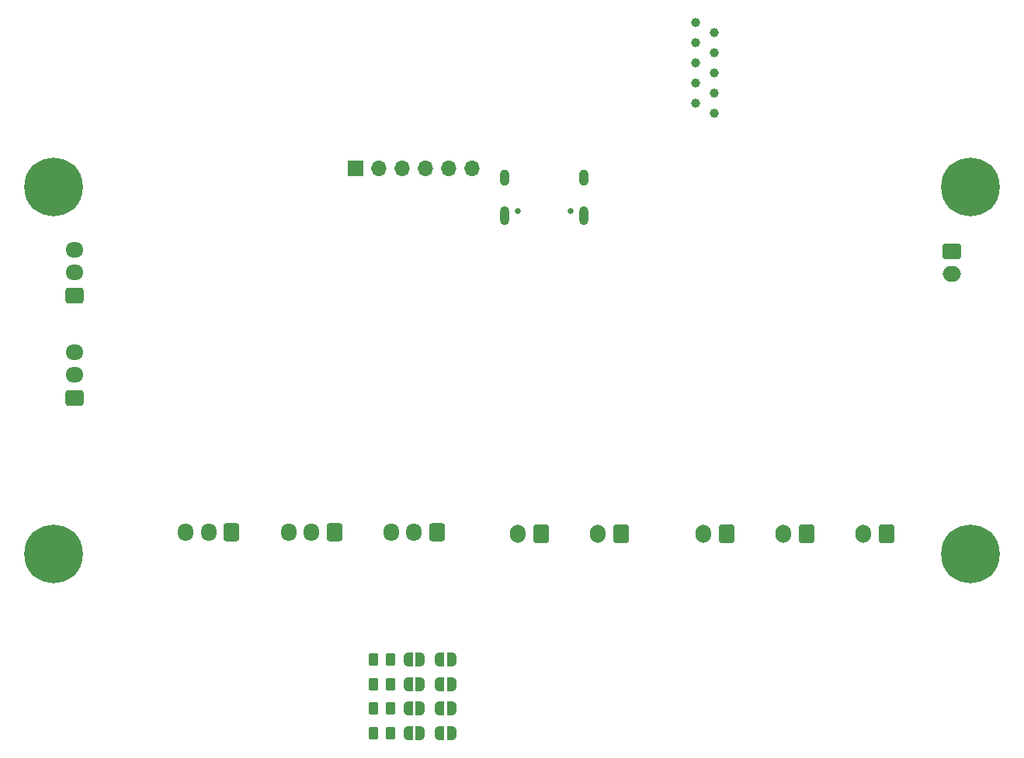
<source format=gbr>
%TF.GenerationSoftware,KiCad,Pcbnew,7.0.7*%
%TF.CreationDate,2024-03-16T18:53:27+01:00*%
%TF.ProjectId,OpenHand,4f70656e-4861-46e6-942e-6b696361645f,rev?*%
%TF.SameCoordinates,Original*%
%TF.FileFunction,Soldermask,Bot*%
%TF.FilePolarity,Negative*%
%FSLAX46Y46*%
G04 Gerber Fmt 4.6, Leading zero omitted, Abs format (unit mm)*
G04 Created by KiCad (PCBNEW 7.0.7) date 2024-03-16 18:53:27*
%MOMM*%
%LPD*%
G01*
G04 APERTURE LIST*
G04 Aperture macros list*
%AMRoundRect*
0 Rectangle with rounded corners*
0 $1 Rounding radius*
0 $2 $3 $4 $5 $6 $7 $8 $9 X,Y pos of 4 corners*
0 Add a 4 corners polygon primitive as box body*
4,1,4,$2,$3,$4,$5,$6,$7,$8,$9,$2,$3,0*
0 Add four circle primitives for the rounded corners*
1,1,$1+$1,$2,$3*
1,1,$1+$1,$4,$5*
1,1,$1+$1,$6,$7*
1,1,$1+$1,$8,$9*
0 Add four rect primitives between the rounded corners*
20,1,$1+$1,$2,$3,$4,$5,0*
20,1,$1+$1,$4,$5,$6,$7,0*
20,1,$1+$1,$6,$7,$8,$9,0*
20,1,$1+$1,$8,$9,$2,$3,0*%
%AMFreePoly0*
4,1,19,0.500000,-0.750000,0.000000,-0.750000,0.000000,-0.744911,-0.071157,-0.744911,-0.207708,-0.704816,-0.327430,-0.627875,-0.420627,-0.520320,-0.479746,-0.390866,-0.500000,-0.250000,-0.500000,0.250000,-0.479746,0.390866,-0.420627,0.520320,-0.327430,0.627875,-0.207708,0.704816,-0.071157,0.744911,0.000000,0.744911,0.000000,0.750000,0.500000,0.750000,0.500000,-0.750000,0.500000,-0.750000,
$1*%
%AMFreePoly1*
4,1,19,0.000000,0.744911,0.071157,0.744911,0.207708,0.704816,0.327430,0.627875,0.420627,0.520320,0.479746,0.390866,0.500000,0.250000,0.500000,-0.250000,0.479746,-0.390866,0.420627,-0.520320,0.327430,-0.627875,0.207708,-0.704816,0.071157,-0.744911,0.000000,-0.744911,0.000000,-0.750000,-0.500000,-0.750000,-0.500000,0.750000,0.000000,0.750000,0.000000,0.744911,0.000000,0.744911,
$1*%
G04 Aperture macros list end*
%ADD10RoundRect,0.250000X0.600000X0.750000X-0.600000X0.750000X-0.600000X-0.750000X0.600000X-0.750000X0*%
%ADD11O,1.700000X2.000000*%
%ADD12C,0.800000*%
%ADD13C,6.400000*%
%ADD14RoundRect,0.250000X0.725000X-0.600000X0.725000X0.600000X-0.725000X0.600000X-0.725000X-0.600000X0*%
%ADD15O,1.950000X1.700000*%
%ADD16RoundRect,0.250000X0.600000X0.725000X-0.600000X0.725000X-0.600000X-0.725000X0.600000X-0.725000X0*%
%ADD17O,1.700000X1.950000*%
%ADD18C,0.650000*%
%ADD19O,1.000000X2.100000*%
%ADD20O,1.000000X1.800000*%
%ADD21RoundRect,0.250000X-0.750000X0.600000X-0.750000X-0.600000X0.750000X-0.600000X0.750000X0.600000X0*%
%ADD22O,2.000000X1.700000*%
%ADD23R,1.700000X1.700000*%
%ADD24O,1.700000X1.700000*%
%ADD25RoundRect,0.250000X-0.262500X-0.450000X0.262500X-0.450000X0.262500X0.450000X-0.262500X0.450000X0*%
%ADD26C,1.000000*%
%ADD27FreePoly0,180.000000*%
%ADD28FreePoly1,180.000000*%
G04 APERTURE END LIST*
D10*
%TO.C,J2*%
X187100000Y-142850000D03*
D11*
X184600000Y-142850000D03*
%TD*%
D12*
%TO.C,H4*%
X202600000Y-145000000D03*
X203302944Y-143302944D03*
X203302944Y-146697056D03*
X205000000Y-142600000D03*
D13*
X205000000Y-145000000D03*
D12*
X205000000Y-147400000D03*
X206697056Y-143302944D03*
X206697056Y-146697056D03*
X207400000Y-145000000D03*
%TD*%
D14*
%TO.C,J12*%
X107282500Y-128000000D03*
D15*
X107282500Y-125500000D03*
X107282500Y-123000000D03*
%TD*%
D16*
%TO.C,J9*%
X135600000Y-142700000D03*
D17*
X133100000Y-142700000D03*
X130600000Y-142700000D03*
%TD*%
D18*
%TO.C,J5*%
X161390000Y-107605000D03*
X155610000Y-107605000D03*
D19*
X162820000Y-108125000D03*
D20*
X162820000Y-103925000D03*
D19*
X154180000Y-108125000D03*
D20*
X154180000Y-103925000D03*
%TD*%
D14*
%TO.C,J8*%
X107282500Y-116800000D03*
D15*
X107282500Y-114300000D03*
X107282500Y-111800000D03*
%TD*%
D12*
%TO.C,H1*%
X102600000Y-105000000D03*
X103302944Y-103302944D03*
X103302944Y-106697056D03*
X105000000Y-102600000D03*
D13*
X105000000Y-105000000D03*
D12*
X105000000Y-107400000D03*
X106697056Y-103302944D03*
X106697056Y-106697056D03*
X107400000Y-105000000D03*
%TD*%
D10*
%TO.C,J1*%
X178350000Y-142850000D03*
D11*
X175850000Y-142850000D03*
%TD*%
D21*
%TO.C,J3*%
X202967500Y-112000000D03*
D22*
X202967500Y-114500000D03*
%TD*%
D16*
%TO.C,J13*%
X146800000Y-142700000D03*
D17*
X144300000Y-142700000D03*
X141800000Y-142700000D03*
%TD*%
D16*
%TO.C,J4*%
X124400000Y-142700000D03*
D17*
X121900000Y-142700000D03*
X119400000Y-142700000D03*
%TD*%
D12*
%TO.C,H3*%
X102600000Y-145000000D03*
X103302944Y-143302944D03*
X103302944Y-146697056D03*
X105000000Y-142600000D03*
D13*
X105000000Y-145000000D03*
D12*
X105000000Y-147400000D03*
X106697056Y-143302944D03*
X106697056Y-146697056D03*
X107400000Y-145000000D03*
%TD*%
D10*
%TO.C,J11*%
X166850000Y-142817500D03*
D11*
X164350000Y-142817500D03*
%TD*%
D10*
%TO.C,J6*%
X195800000Y-142817500D03*
D11*
X193300000Y-142817500D03*
%TD*%
D10*
%TO.C,J7*%
X158150000Y-142817500D03*
D11*
X155650000Y-142817500D03*
%TD*%
D12*
%TO.C,H2*%
X202600000Y-105000000D03*
X203302944Y-103302944D03*
X203302944Y-106697056D03*
X205000000Y-102600000D03*
D13*
X205000000Y-105000000D03*
D12*
X205000000Y-107400000D03*
X206697056Y-103302944D03*
X206697056Y-106697056D03*
X207400000Y-105000000D03*
%TD*%
D23*
%TO.C,J10*%
X137899804Y-102950249D03*
D24*
X140439804Y-102950249D03*
X142979804Y-102950249D03*
X145519804Y-102950249D03*
X148059804Y-102950249D03*
X150599804Y-102950249D03*
%TD*%
D25*
%TO.C,R16*%
X139887500Y-164575000D03*
X141712500Y-164575000D03*
%TD*%
D26*
%TO.C,TP51*%
X175025000Y-91400000D03*
%TD*%
D27*
%TO.C,JP7*%
X144950000Y-156575000D03*
D28*
X143650000Y-156575000D03*
%TD*%
D26*
%TO.C,TP56*%
X175025000Y-95800000D03*
%TD*%
%TO.C,TP49*%
X177025000Y-92500000D03*
%TD*%
%TO.C,TP38*%
X175025000Y-87000000D03*
%TD*%
D27*
%TO.C,JP11*%
X148400000Y-156575000D03*
D28*
X147100000Y-156575000D03*
%TD*%
D25*
%TO.C,R15*%
X139887500Y-161875000D03*
X141712500Y-161875000D03*
%TD*%
%TO.C,R14*%
X139887500Y-159225000D03*
X141712500Y-159225000D03*
%TD*%
D26*
%TO.C,TP36*%
X177025000Y-88100000D03*
%TD*%
D27*
%TO.C,JP8*%
X144950000Y-159225000D03*
D28*
X143650000Y-159225000D03*
%TD*%
D25*
%TO.C,R13*%
X139887500Y-156575000D03*
X141712500Y-156575000D03*
%TD*%
D26*
%TO.C,TP55*%
X177025000Y-96900000D03*
%TD*%
D27*
%TO.C,JP10*%
X144950000Y-164575000D03*
D28*
X143650000Y-164575000D03*
%TD*%
D27*
%TO.C,JP14*%
X148400000Y-164575000D03*
D28*
X147100000Y-164575000D03*
%TD*%
D26*
%TO.C,TP37*%
X177025000Y-90300000D03*
%TD*%
D27*
%TO.C,JP12*%
X148400000Y-159225000D03*
D28*
X147100000Y-159225000D03*
%TD*%
D26*
%TO.C,TP39*%
X175025000Y-89200000D03*
%TD*%
D27*
%TO.C,JP9*%
X144950000Y-161875000D03*
D28*
X143650000Y-161875000D03*
%TD*%
D26*
%TO.C,TP50*%
X177025000Y-94700000D03*
%TD*%
D27*
%TO.C,JP13*%
X148400000Y-161875000D03*
D28*
X147100000Y-161875000D03*
%TD*%
D26*
%TO.C,TP52*%
X175025000Y-93600000D03*
%TD*%
M02*

</source>
